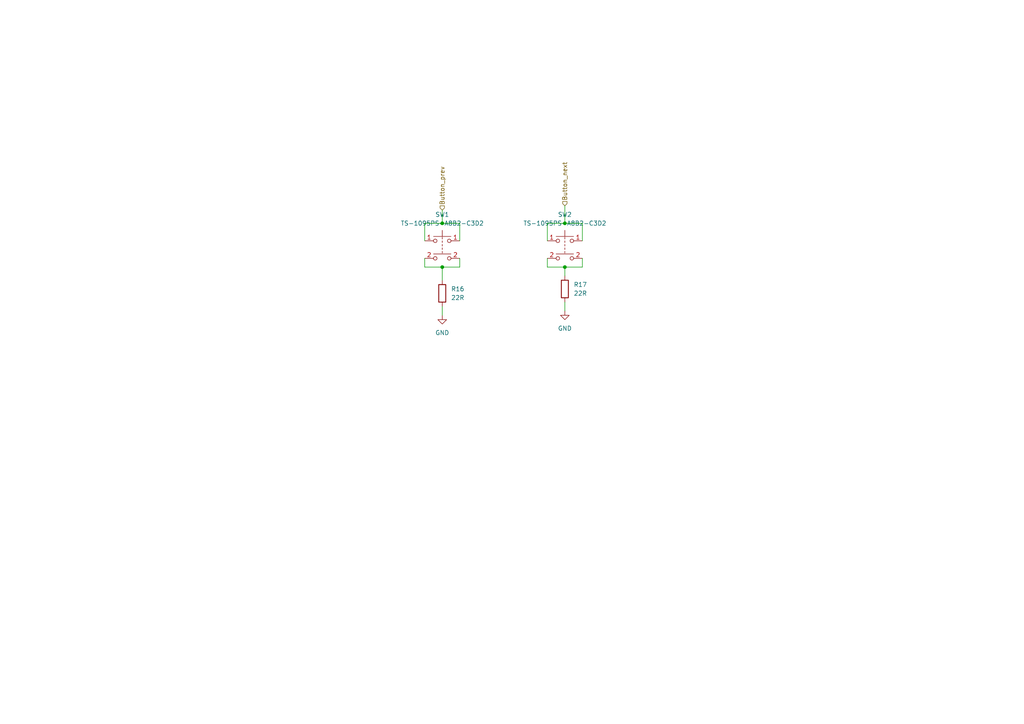
<source format=kicad_sch>
(kicad_sch (version 20231120) (generator "eeschema") (generator_version "8.0")
  (paper "A4")
  (lib_symbols
    (symbol "Device:R" (pin_numbers hide) (pin_names (offset 0))
      (property "Reference" "R" (at 2.032 0 90))
      (property "Value" "R" (at 0 0 90))
      (symbol "R_0_1"
        (rectangle (start -1.016 -2.54) (end 1.016 2.54) (stroke (width 0.254)))
      )
      (symbol "R_1_1"
        (pin passive line (at 0 3.81 270) (length 1.27) (name "~") (number "1"))
        (pin passive line (at 0 -3.81 90) (length 1.27) (name "~") (number "2"))
      )
    )
    (symbol "Switch:TS-1095PS-A165B2-C3D2" (pin_names (offset 1.016) hide)
      (property "Reference" "SW" (at 1.27 2.54 0))
      (property "Value" "TS-1095PS-A165B2-C3D2" (at 0 -6.858 0))
      (symbol "TS-1095PS-A165B2-C3D2_0_1"
        (circle (center -2.032 -5.08) (radius 0.508))
        (circle (center -2.032 0) (radius 0.508))
        (polyline (pts (xy 0 -3.048) (xy 0 -3.556)))
        (polyline (pts (xy 0 -2.032) (xy 0 -2.54)))
        (polyline (pts (xy 0 -1.524) (xy 0 -1.016)))
        (polyline (pts (xy 0 -0.508) (xy 0 0)))
        (polyline (pts (xy 0 0.508) (xy 0 1.016)))
        (polyline (pts (xy 0 1.27) (xy 0 3.048)))
        (polyline (pts (xy 2.54 -3.81) (xy -2.54 -3.81)))
        (polyline (pts (xy 2.54 1.27) (xy -2.54 1.27)))
        (circle (center 2.032 -5.08) (radius 0.508))
        (circle (center 2.032 0) (radius 0.508))
        (pin passive line (at -5.08 0 0) (length 2.54) (name "1") (number "1"))
      )
      (symbol "TS-1095PS-A165B2-C3D2_1_1"
        (pin passive line (at 5.08 0 180) (length 2.54) (name "1") (number "1"))
        (pin passive line (at -5.08 -5.08 0) (length 2.54) (name "2") (number "2"))
        (pin passive line (at 5.08 -5.08 180) (length 2.54) (name "2") (number "2"))
      )
    )
    (symbol "TS-1095PS-A165B2-C3D2_1" (pin_names (offset 1.016) hide)
      (property "Reference" "SW" (at 1.27 2.54 0))
      (property "Value" "TS-1095PS-A165B2-C3D2" (at 0 -6.858 0))
      (symbol "TS-1095PS-A165B2-C3D2_1_0_1"
        (circle (center -2.032 -5.08) (radius 0.508))
        (circle (center -2.032 0) (radius 0.508))
        (polyline (pts (xy 0 -3.048) (xy 0 -3.556)))
        (polyline (pts (xy 0 -2.032) (xy 0 -2.54)))
        (polyline (pts (xy 0 -1.524) (xy 0 -1.016)))
        (polyline (pts (xy 0 -0.508) (xy 0 0)))
        (polyline (pts (xy 0 0.508) (xy 0 1.016)))
        (polyline (pts (xy 0 1.27) (xy 0 3.048)))
        (polyline (pts (xy 2.54 -3.81) (xy -2.54 -3.81)))
        (polyline (pts (xy 2.54 1.27) (xy -2.54 1.27)))
        (circle (center 2.032 -5.08) (radius 0.508))
        (circle (center 2.032 0) (radius 0.508))
        (pin passive line (at -5.08 0 0) (length 2.54) (name "1") (number "1"))
      )
      (symbol "TS-1095PS-A165B2-C3D2_1_1_1"
        (pin passive line (at 5.08 0 180) (length 2.54) (name "1") (number "1"))
        (pin passive line (at -5.08 -5.08 0) (length 2.54) (name "2") (number "2"))
        (pin passive line (at 5.08 -5.08 180) (length 2.54) (name "2") (number "2"))
      )
    )
    (symbol "power:GND" (power) (pin_names (offset 0))
      (property "Value" "GND" (at 0 -3.81 0))
      (symbol "GND_0_1"
        (polyline (pts (xy 0 0) (xy 0 -1.27) (xy 1.27 -1.27) (xy 0 -2.54) (xy -1.27 -1.27) (xy 0 -1.27)))
      )
      (symbol "GND_1_1"
        (pin power_in line (at 0 0 270) (length 0) hide (name "GND") (number "1"))
      )
    )
  )
  (junction (at 128.27 64.77))
  (junction (at 163.83 64.77))
  (junction (at 163.83 77.47))
  (junction (at 128.27 77.47))
  (wire (pts (xy 163.83 77.47) (xy 168.91 77.47)))
  (wire (pts (xy 128.27 91.44) (xy 128.27 88.9)))
  (wire (pts (xy 168.91 77.47) (xy 168.91 74.93)))
  (wire (pts (xy 163.83 80.01) (xy 163.83 77.47)))
  (wire (pts (xy 123.19 64.77) (xy 128.27 64.77)))
  (wire (pts (xy 163.83 59.69) (xy 163.83 64.77)))
  (wire (pts (xy 133.35 64.77) (xy 133.35 69.85)))
  (wire (pts (xy 123.19 74.93) (xy 123.19 77.47)))
  (wire (pts (xy 133.35 77.47) (xy 133.35 74.93)))
  (wire (pts (xy 158.75 64.77) (xy 163.83 64.77)))
  (wire (pts (xy 128.27 81.28) (xy 128.27 77.47)))
  (wire (pts (xy 128.27 60.96) (xy 128.27 64.77)))
  (wire (pts (xy 158.75 74.93) (xy 158.75 77.47)))
  (wire (pts (xy 163.83 87.63) (xy 163.83 90.17)))
  (wire (pts (xy 168.91 64.77) (xy 168.91 69.85)))
  (wire (pts (xy 123.19 77.47) (xy 128.27 77.47)))
  (wire (pts (xy 158.75 77.47) (xy 163.83 77.47)))
  (wire (pts (xy 123.19 69.85) (xy 123.19 64.77)))
  (wire (pts (xy 163.83 64.77) (xy 168.91 64.77)))
  (wire (pts (xy 128.27 77.47) (xy 133.35 77.47)))
  (wire (pts (xy 158.75 69.85) (xy 158.75 64.77)))
  (wire (pts (xy 128.27 64.77) (xy 133.35 64.77)))
  (hierarchical_label "Button_next" (shape input) (at 163.83 59.69 90))
  (hierarchical_label "Button_prev" (shape input) (at 128.27 60.96 90))
  (symbol (lib_id "Device:R") (at 163.83 83.82 0) (unit 1)
    (property "Reference" "R17" (at 166.37 82.55 0) (effects (justify left)))
    (property "Value" "22R" (at 166.37 85.09 0) (effects (justify left)))
    (property "Footprint" "Resistor_SMD:R_0603_1608Metric" (effects (hide yes)))
    (property "Description" "Resistor" (effects (hide yes)))
  )
  (symbol (lib_id "Switch:TS-1095PS-A165B2-C3D2") (at 163.83 69.85 0) (unit 1)
    (property "Reference" "SW2" (at 163.83 62.23 0))
    (property "Value" "TS-1095PS-A8B2-C3D2" (at 163.83 64.77 0))
    (property "Footprint" "Library:TS-1095PS-A8B2-C3D2" (effects (hide yes)))
    (property "Description" "Push button switch, generic, symbol, four pins" (effects (hide yes)))
  )
  (symbol (lib_id "power:GND") (at 163.83 90.17 0) (unit 1)
    (property "Reference" "#PWR079" (effects (hide yes)))
    (property "Value" "GND" (at 163.83 95.25 0))
    (property "Description" "Power symbol creates a global label with name \"GND\" , ground" (effects (hide yes)))
  )
  (symbol (lib_name "TS-1095PS-A165B2-C3D2_1") (lib_id "Switch:TS-1095PS-A165B2-C3D2") (at 128.27 69.85 0) (unit 1)
    (property "Reference" "SW1" (at 128.27 62.23 0))
    (property "Value" "TS-1095PS-A8B2-C3D2" (at 128.27 64.77 0))
    (property "Footprint" "Library:TS-1095PS-A8B2-C3D2" (effects (hide yes)))
    (property "Description" "Push button switch, generic, symbol, four pins" (effects (hide yes)))
  )
  (symbol (lib_id "Device:R") (at 128.27 85.09 0) (unit 1)
    (property "Reference" "R16" (at 130.81 83.82 0) (effects (justify left)))
    (property "Value" "22R" (at 130.81 86.36 0) (effects (justify left)))
    (property "Footprint" "Resistor_SMD:R_0603_1608Metric" (effects (hide yes)))
    (property "Description" "Resistor" (effects (hide yes)))
  )
  (symbol (lib_id "power:GND") (at 128.27 91.44 0) (unit 1)
    (property "Reference" "#PWR078" (effects (hide yes)))
    (property "Value" "GND" (at 128.27 96.52 0))
    (property "Description" "Power symbol creates a global label with name \"GND\" , ground" (effects (hide yes)))
  )
)
</source>
